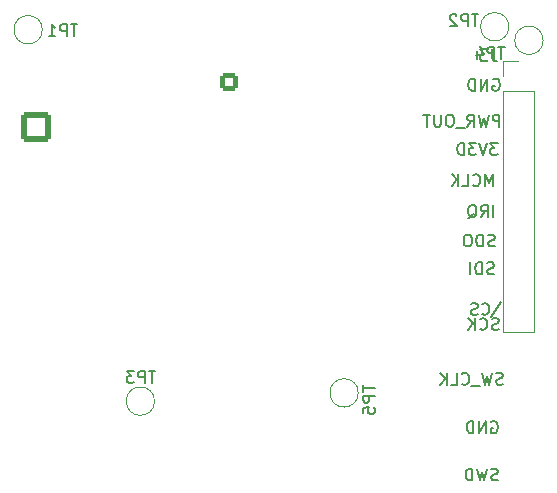
<source format=gbr>
%TF.GenerationSoftware,KiCad,Pcbnew,9.0.4*%
%TF.CreationDate,2025-09-30T19:15:50-07:00*%
%TF.ProjectId,LE_PSU_CAD,4c455f50-5355-45f4-9341-442e6b696361,rev?*%
%TF.SameCoordinates,Original*%
%TF.FileFunction,Legend,Bot*%
%TF.FilePolarity,Positive*%
%FSLAX46Y46*%
G04 Gerber Fmt 4.6, Leading zero omitted, Abs format (unit mm)*
G04 Created by KiCad (PCBNEW 9.0.4) date 2025-09-30 19:15:50*
%MOMM*%
%LPD*%
G01*
G04 APERTURE LIST*
G04 Aperture macros list*
%AMRoundRect*
0 Rectangle with rounded corners*
0 $1 Rounding radius*
0 $2 $3 $4 $5 $6 $7 $8 $9 X,Y pos of 4 corners*
0 Add a 4 corners polygon primitive as box body*
4,1,4,$2,$3,$4,$5,$6,$7,$8,$9,$2,$3,0*
0 Add four circle primitives for the rounded corners*
1,1,$1+$1,$2,$3*
1,1,$1+$1,$4,$5*
1,1,$1+$1,$6,$7*
1,1,$1+$1,$8,$9*
0 Add four rect primitives between the rounded corners*
20,1,$1+$1,$2,$3,$4,$5,0*
20,1,$1+$1,$4,$5,$6,$7,0*
20,1,$1+$1,$6,$7,$8,$9,0*
20,1,$1+$1,$8,$9,$2,$3,0*%
G04 Aperture macros list end*
%ADD10C,0.153000*%
%ADD11C,0.120000*%
%ADD12C,1.700000*%
%ADD13R,1.700000X1.700000*%
%ADD14C,2.000000*%
%ADD15RoundRect,0.250000X-1.050000X1.050000X-1.050000X-1.050000X1.050000X-1.050000X1.050000X1.050000X0*%
%ADD16C,2.600000*%
%ADD17O,1.900000X1.000000*%
%ADD18O,1.250000X1.050000*%
%ADD19RoundRect,0.250000X0.550000X-0.550000X0.550000X0.550000X-0.550000X0.550000X-0.550000X-0.550000X0*%
%ADD20C,1.600000*%
%ADD21O,3.000000X4.100000*%
G04 APERTURE END LIST*
D10*
X217211904Y-117952282D02*
X217307142Y-117904663D01*
X217307142Y-117904663D02*
X217449999Y-117904663D01*
X217449999Y-117904663D02*
X217592856Y-117952282D01*
X217592856Y-117952282D02*
X217688094Y-118047520D01*
X217688094Y-118047520D02*
X217735713Y-118142758D01*
X217735713Y-118142758D02*
X217783332Y-118333234D01*
X217783332Y-118333234D02*
X217783332Y-118476091D01*
X217783332Y-118476091D02*
X217735713Y-118666567D01*
X217735713Y-118666567D02*
X217688094Y-118761805D01*
X217688094Y-118761805D02*
X217592856Y-118857044D01*
X217592856Y-118857044D02*
X217449999Y-118904663D01*
X217449999Y-118904663D02*
X217354761Y-118904663D01*
X217354761Y-118904663D02*
X217211904Y-118857044D01*
X217211904Y-118857044D02*
X217164285Y-118809424D01*
X217164285Y-118809424D02*
X217164285Y-118476091D01*
X217164285Y-118476091D02*
X217354761Y-118476091D01*
X216735713Y-118904663D02*
X216735713Y-117904663D01*
X216735713Y-117904663D02*
X216164285Y-118904663D01*
X216164285Y-118904663D02*
X216164285Y-117904663D01*
X215688094Y-118904663D02*
X215688094Y-117904663D01*
X215688094Y-117904663D02*
X215449999Y-117904663D01*
X215449999Y-117904663D02*
X215307142Y-117952282D01*
X215307142Y-117952282D02*
X215211904Y-118047520D01*
X215211904Y-118047520D02*
X215164285Y-118142758D01*
X215164285Y-118142758D02*
X215116666Y-118333234D01*
X215116666Y-118333234D02*
X215116666Y-118476091D01*
X215116666Y-118476091D02*
X215164285Y-118666567D01*
X215164285Y-118666567D02*
X215211904Y-118761805D01*
X215211904Y-118761805D02*
X215307142Y-118857044D01*
X215307142Y-118857044D02*
X215449999Y-118904663D01*
X215449999Y-118904663D02*
X215688094Y-118904663D01*
X217373808Y-100604663D02*
X217373808Y-99604663D01*
X216326190Y-100604663D02*
X216659523Y-100128472D01*
X216897618Y-100604663D02*
X216897618Y-99604663D01*
X216897618Y-99604663D02*
X216516666Y-99604663D01*
X216516666Y-99604663D02*
X216421428Y-99652282D01*
X216421428Y-99652282D02*
X216373809Y-99699901D01*
X216373809Y-99699901D02*
X216326190Y-99795139D01*
X216326190Y-99795139D02*
X216326190Y-99937996D01*
X216326190Y-99937996D02*
X216373809Y-100033234D01*
X216373809Y-100033234D02*
X216421428Y-100080853D01*
X216421428Y-100080853D02*
X216516666Y-100128472D01*
X216516666Y-100128472D02*
X216897618Y-100128472D01*
X215230952Y-100699901D02*
X215326190Y-100652282D01*
X215326190Y-100652282D02*
X215421428Y-100557044D01*
X215421428Y-100557044D02*
X215564285Y-100414186D01*
X215564285Y-100414186D02*
X215659523Y-100366567D01*
X215659523Y-100366567D02*
X215754761Y-100366567D01*
X215707142Y-100604663D02*
X215802380Y-100557044D01*
X215802380Y-100557044D02*
X215897618Y-100461805D01*
X215897618Y-100461805D02*
X215945237Y-100271329D01*
X215945237Y-100271329D02*
X215945237Y-99937996D01*
X215945237Y-99937996D02*
X215897618Y-99747520D01*
X215897618Y-99747520D02*
X215802380Y-99652282D01*
X215802380Y-99652282D02*
X215707142Y-99604663D01*
X215707142Y-99604663D02*
X215516666Y-99604663D01*
X215516666Y-99604663D02*
X215421428Y-99652282D01*
X215421428Y-99652282D02*
X215326190Y-99747520D01*
X215326190Y-99747520D02*
X215278571Y-99937996D01*
X215278571Y-99937996D02*
X215278571Y-100271329D01*
X215278571Y-100271329D02*
X215326190Y-100461805D01*
X215326190Y-100461805D02*
X215421428Y-100557044D01*
X215421428Y-100557044D02*
X215516666Y-100604663D01*
X215516666Y-100604663D02*
X215707142Y-100604663D01*
X217361904Y-88952282D02*
X217457142Y-88904663D01*
X217457142Y-88904663D02*
X217599999Y-88904663D01*
X217599999Y-88904663D02*
X217742856Y-88952282D01*
X217742856Y-88952282D02*
X217838094Y-89047520D01*
X217838094Y-89047520D02*
X217885713Y-89142758D01*
X217885713Y-89142758D02*
X217933332Y-89333234D01*
X217933332Y-89333234D02*
X217933332Y-89476091D01*
X217933332Y-89476091D02*
X217885713Y-89666567D01*
X217885713Y-89666567D02*
X217838094Y-89761805D01*
X217838094Y-89761805D02*
X217742856Y-89857044D01*
X217742856Y-89857044D02*
X217599999Y-89904663D01*
X217599999Y-89904663D02*
X217504761Y-89904663D01*
X217504761Y-89904663D02*
X217361904Y-89857044D01*
X217361904Y-89857044D02*
X217314285Y-89809424D01*
X217314285Y-89809424D02*
X217314285Y-89476091D01*
X217314285Y-89476091D02*
X217504761Y-89476091D01*
X216885713Y-89904663D02*
X216885713Y-88904663D01*
X216885713Y-88904663D02*
X216314285Y-89904663D01*
X216314285Y-89904663D02*
X216314285Y-88904663D01*
X215838094Y-89904663D02*
X215838094Y-88904663D01*
X215838094Y-88904663D02*
X215599999Y-88904663D01*
X215599999Y-88904663D02*
X215457142Y-88952282D01*
X215457142Y-88952282D02*
X215361904Y-89047520D01*
X215361904Y-89047520D02*
X215314285Y-89142758D01*
X215314285Y-89142758D02*
X215266666Y-89333234D01*
X215266666Y-89333234D02*
X215266666Y-89476091D01*
X215266666Y-89476091D02*
X215314285Y-89666567D01*
X215314285Y-89666567D02*
X215361904Y-89761805D01*
X215361904Y-89761805D02*
X215457142Y-89857044D01*
X215457142Y-89857044D02*
X215599999Y-89904663D01*
X215599999Y-89904663D02*
X215838094Y-89904663D01*
X217835713Y-110107044D02*
X217692856Y-110154663D01*
X217692856Y-110154663D02*
X217454761Y-110154663D01*
X217454761Y-110154663D02*
X217359523Y-110107044D01*
X217359523Y-110107044D02*
X217311904Y-110059424D01*
X217311904Y-110059424D02*
X217264285Y-109964186D01*
X217264285Y-109964186D02*
X217264285Y-109868948D01*
X217264285Y-109868948D02*
X217311904Y-109773710D01*
X217311904Y-109773710D02*
X217359523Y-109726091D01*
X217359523Y-109726091D02*
X217454761Y-109678472D01*
X217454761Y-109678472D02*
X217645237Y-109630853D01*
X217645237Y-109630853D02*
X217740475Y-109583234D01*
X217740475Y-109583234D02*
X217788094Y-109535615D01*
X217788094Y-109535615D02*
X217835713Y-109440377D01*
X217835713Y-109440377D02*
X217835713Y-109345139D01*
X217835713Y-109345139D02*
X217788094Y-109249901D01*
X217788094Y-109249901D02*
X217740475Y-109202282D01*
X217740475Y-109202282D02*
X217645237Y-109154663D01*
X217645237Y-109154663D02*
X217407142Y-109154663D01*
X217407142Y-109154663D02*
X217264285Y-109202282D01*
X216264285Y-110059424D02*
X216311904Y-110107044D01*
X216311904Y-110107044D02*
X216454761Y-110154663D01*
X216454761Y-110154663D02*
X216549999Y-110154663D01*
X216549999Y-110154663D02*
X216692856Y-110107044D01*
X216692856Y-110107044D02*
X216788094Y-110011805D01*
X216788094Y-110011805D02*
X216835713Y-109916567D01*
X216835713Y-109916567D02*
X216883332Y-109726091D01*
X216883332Y-109726091D02*
X216883332Y-109583234D01*
X216883332Y-109583234D02*
X216835713Y-109392758D01*
X216835713Y-109392758D02*
X216788094Y-109297520D01*
X216788094Y-109297520D02*
X216692856Y-109202282D01*
X216692856Y-109202282D02*
X216549999Y-109154663D01*
X216549999Y-109154663D02*
X216454761Y-109154663D01*
X216454761Y-109154663D02*
X216311904Y-109202282D01*
X216311904Y-109202282D02*
X216264285Y-109249901D01*
X215835713Y-110154663D02*
X215835713Y-109154663D01*
X215264285Y-110154663D02*
X215692856Y-109583234D01*
X215264285Y-109154663D02*
X215835713Y-109726091D01*
X217892856Y-92954663D02*
X217892856Y-91954663D01*
X217892856Y-91954663D02*
X217511904Y-91954663D01*
X217511904Y-91954663D02*
X217416666Y-92002282D01*
X217416666Y-92002282D02*
X217369047Y-92049901D01*
X217369047Y-92049901D02*
X217321428Y-92145139D01*
X217321428Y-92145139D02*
X217321428Y-92287996D01*
X217321428Y-92287996D02*
X217369047Y-92383234D01*
X217369047Y-92383234D02*
X217416666Y-92430853D01*
X217416666Y-92430853D02*
X217511904Y-92478472D01*
X217511904Y-92478472D02*
X217892856Y-92478472D01*
X216988094Y-91954663D02*
X216749999Y-92954663D01*
X216749999Y-92954663D02*
X216559523Y-92240377D01*
X216559523Y-92240377D02*
X216369047Y-92954663D01*
X216369047Y-92954663D02*
X216130952Y-91954663D01*
X215178571Y-92954663D02*
X215511904Y-92478472D01*
X215749999Y-92954663D02*
X215749999Y-91954663D01*
X215749999Y-91954663D02*
X215369047Y-91954663D01*
X215369047Y-91954663D02*
X215273809Y-92002282D01*
X215273809Y-92002282D02*
X215226190Y-92049901D01*
X215226190Y-92049901D02*
X215178571Y-92145139D01*
X215178571Y-92145139D02*
X215178571Y-92287996D01*
X215178571Y-92287996D02*
X215226190Y-92383234D01*
X215226190Y-92383234D02*
X215273809Y-92430853D01*
X215273809Y-92430853D02*
X215369047Y-92478472D01*
X215369047Y-92478472D02*
X215749999Y-92478472D01*
X214988095Y-93049901D02*
X214226190Y-93049901D01*
X213797618Y-91954663D02*
X213607142Y-91954663D01*
X213607142Y-91954663D02*
X213511904Y-92002282D01*
X213511904Y-92002282D02*
X213416666Y-92097520D01*
X213416666Y-92097520D02*
X213369047Y-92287996D01*
X213369047Y-92287996D02*
X213369047Y-92621329D01*
X213369047Y-92621329D02*
X213416666Y-92811805D01*
X213416666Y-92811805D02*
X213511904Y-92907044D01*
X213511904Y-92907044D02*
X213607142Y-92954663D01*
X213607142Y-92954663D02*
X213797618Y-92954663D01*
X213797618Y-92954663D02*
X213892856Y-92907044D01*
X213892856Y-92907044D02*
X213988094Y-92811805D01*
X213988094Y-92811805D02*
X214035713Y-92621329D01*
X214035713Y-92621329D02*
X214035713Y-92287996D01*
X214035713Y-92287996D02*
X213988094Y-92097520D01*
X213988094Y-92097520D02*
X213892856Y-92002282D01*
X213892856Y-92002282D02*
X213797618Y-91954663D01*
X212940475Y-91954663D02*
X212940475Y-92764186D01*
X212940475Y-92764186D02*
X212892856Y-92859424D01*
X212892856Y-92859424D02*
X212845237Y-92907044D01*
X212845237Y-92907044D02*
X212749999Y-92954663D01*
X212749999Y-92954663D02*
X212559523Y-92954663D01*
X212559523Y-92954663D02*
X212464285Y-92907044D01*
X212464285Y-92907044D02*
X212416666Y-92859424D01*
X212416666Y-92859424D02*
X212369047Y-92764186D01*
X212369047Y-92764186D02*
X212369047Y-91954663D01*
X212035713Y-91954663D02*
X211464285Y-91954663D01*
X211749999Y-92954663D02*
X211749999Y-91954663D01*
X217738094Y-94354663D02*
X217119047Y-94354663D01*
X217119047Y-94354663D02*
X217452380Y-94735615D01*
X217452380Y-94735615D02*
X217309523Y-94735615D01*
X217309523Y-94735615D02*
X217214285Y-94783234D01*
X217214285Y-94783234D02*
X217166666Y-94830853D01*
X217166666Y-94830853D02*
X217119047Y-94926091D01*
X217119047Y-94926091D02*
X217119047Y-95164186D01*
X217119047Y-95164186D02*
X217166666Y-95259424D01*
X217166666Y-95259424D02*
X217214285Y-95307044D01*
X217214285Y-95307044D02*
X217309523Y-95354663D01*
X217309523Y-95354663D02*
X217595237Y-95354663D01*
X217595237Y-95354663D02*
X217690475Y-95307044D01*
X217690475Y-95307044D02*
X217738094Y-95259424D01*
X216833332Y-94354663D02*
X216499999Y-95354663D01*
X216499999Y-95354663D02*
X216166666Y-94354663D01*
X215928570Y-94354663D02*
X215309523Y-94354663D01*
X215309523Y-94354663D02*
X215642856Y-94735615D01*
X215642856Y-94735615D02*
X215499999Y-94735615D01*
X215499999Y-94735615D02*
X215404761Y-94783234D01*
X215404761Y-94783234D02*
X215357142Y-94830853D01*
X215357142Y-94830853D02*
X215309523Y-94926091D01*
X215309523Y-94926091D02*
X215309523Y-95164186D01*
X215309523Y-95164186D02*
X215357142Y-95259424D01*
X215357142Y-95259424D02*
X215404761Y-95307044D01*
X215404761Y-95307044D02*
X215499999Y-95354663D01*
X215499999Y-95354663D02*
X215785713Y-95354663D01*
X215785713Y-95354663D02*
X215880951Y-95307044D01*
X215880951Y-95307044D02*
X215928570Y-95259424D01*
X214880951Y-95354663D02*
X214880951Y-94354663D01*
X214880951Y-94354663D02*
X214642856Y-94354663D01*
X214642856Y-94354663D02*
X214499999Y-94402282D01*
X214499999Y-94402282D02*
X214404761Y-94497520D01*
X214404761Y-94497520D02*
X214357142Y-94592758D01*
X214357142Y-94592758D02*
X214309523Y-94783234D01*
X214309523Y-94783234D02*
X214309523Y-94926091D01*
X214309523Y-94926091D02*
X214357142Y-95116567D01*
X214357142Y-95116567D02*
X214404761Y-95211805D01*
X214404761Y-95211805D02*
X214499999Y-95307044D01*
X214499999Y-95307044D02*
X214642856Y-95354663D01*
X214642856Y-95354663D02*
X214880951Y-95354663D01*
X218192856Y-114757044D02*
X218049999Y-114804663D01*
X218049999Y-114804663D02*
X217811904Y-114804663D01*
X217811904Y-114804663D02*
X217716666Y-114757044D01*
X217716666Y-114757044D02*
X217669047Y-114709424D01*
X217669047Y-114709424D02*
X217621428Y-114614186D01*
X217621428Y-114614186D02*
X217621428Y-114518948D01*
X217621428Y-114518948D02*
X217669047Y-114423710D01*
X217669047Y-114423710D02*
X217716666Y-114376091D01*
X217716666Y-114376091D02*
X217811904Y-114328472D01*
X217811904Y-114328472D02*
X218002380Y-114280853D01*
X218002380Y-114280853D02*
X218097618Y-114233234D01*
X218097618Y-114233234D02*
X218145237Y-114185615D01*
X218145237Y-114185615D02*
X218192856Y-114090377D01*
X218192856Y-114090377D02*
X218192856Y-113995139D01*
X218192856Y-113995139D02*
X218145237Y-113899901D01*
X218145237Y-113899901D02*
X218097618Y-113852282D01*
X218097618Y-113852282D02*
X218002380Y-113804663D01*
X218002380Y-113804663D02*
X217764285Y-113804663D01*
X217764285Y-113804663D02*
X217621428Y-113852282D01*
X217288094Y-113804663D02*
X217049999Y-114804663D01*
X217049999Y-114804663D02*
X216859523Y-114090377D01*
X216859523Y-114090377D02*
X216669047Y-114804663D01*
X216669047Y-114804663D02*
X216430952Y-113804663D01*
X216288095Y-114899901D02*
X215526190Y-114899901D01*
X214716666Y-114709424D02*
X214764285Y-114757044D01*
X214764285Y-114757044D02*
X214907142Y-114804663D01*
X214907142Y-114804663D02*
X215002380Y-114804663D01*
X215002380Y-114804663D02*
X215145237Y-114757044D01*
X215145237Y-114757044D02*
X215240475Y-114661805D01*
X215240475Y-114661805D02*
X215288094Y-114566567D01*
X215288094Y-114566567D02*
X215335713Y-114376091D01*
X215335713Y-114376091D02*
X215335713Y-114233234D01*
X215335713Y-114233234D02*
X215288094Y-114042758D01*
X215288094Y-114042758D02*
X215240475Y-113947520D01*
X215240475Y-113947520D02*
X215145237Y-113852282D01*
X215145237Y-113852282D02*
X215002380Y-113804663D01*
X215002380Y-113804663D02*
X214907142Y-113804663D01*
X214907142Y-113804663D02*
X214764285Y-113852282D01*
X214764285Y-113852282D02*
X214716666Y-113899901D01*
X213811904Y-114804663D02*
X214288094Y-114804663D01*
X214288094Y-114804663D02*
X214288094Y-113804663D01*
X213478570Y-114804663D02*
X213478570Y-113804663D01*
X212907142Y-114804663D02*
X213335713Y-114233234D01*
X212907142Y-113804663D02*
X213478570Y-114376091D01*
X217423808Y-105407044D02*
X217280951Y-105454663D01*
X217280951Y-105454663D02*
X217042856Y-105454663D01*
X217042856Y-105454663D02*
X216947618Y-105407044D01*
X216947618Y-105407044D02*
X216899999Y-105359424D01*
X216899999Y-105359424D02*
X216852380Y-105264186D01*
X216852380Y-105264186D02*
X216852380Y-105168948D01*
X216852380Y-105168948D02*
X216899999Y-105073710D01*
X216899999Y-105073710D02*
X216947618Y-105026091D01*
X216947618Y-105026091D02*
X217042856Y-104978472D01*
X217042856Y-104978472D02*
X217233332Y-104930853D01*
X217233332Y-104930853D02*
X217328570Y-104883234D01*
X217328570Y-104883234D02*
X217376189Y-104835615D01*
X217376189Y-104835615D02*
X217423808Y-104740377D01*
X217423808Y-104740377D02*
X217423808Y-104645139D01*
X217423808Y-104645139D02*
X217376189Y-104549901D01*
X217376189Y-104549901D02*
X217328570Y-104502282D01*
X217328570Y-104502282D02*
X217233332Y-104454663D01*
X217233332Y-104454663D02*
X216995237Y-104454663D01*
X216995237Y-104454663D02*
X216852380Y-104502282D01*
X216423808Y-105454663D02*
X216423808Y-104454663D01*
X216423808Y-104454663D02*
X216185713Y-104454663D01*
X216185713Y-104454663D02*
X216042856Y-104502282D01*
X216042856Y-104502282D02*
X215947618Y-104597520D01*
X215947618Y-104597520D02*
X215899999Y-104692758D01*
X215899999Y-104692758D02*
X215852380Y-104883234D01*
X215852380Y-104883234D02*
X215852380Y-105026091D01*
X215852380Y-105026091D02*
X215899999Y-105216567D01*
X215899999Y-105216567D02*
X215947618Y-105311805D01*
X215947618Y-105311805D02*
X216042856Y-105407044D01*
X216042856Y-105407044D02*
X216185713Y-105454663D01*
X216185713Y-105454663D02*
X216423808Y-105454663D01*
X215423808Y-105454663D02*
X215423808Y-104454663D01*
X217757142Y-122857044D02*
X217614285Y-122904663D01*
X217614285Y-122904663D02*
X217376190Y-122904663D01*
X217376190Y-122904663D02*
X217280952Y-122857044D01*
X217280952Y-122857044D02*
X217233333Y-122809424D01*
X217233333Y-122809424D02*
X217185714Y-122714186D01*
X217185714Y-122714186D02*
X217185714Y-122618948D01*
X217185714Y-122618948D02*
X217233333Y-122523710D01*
X217233333Y-122523710D02*
X217280952Y-122476091D01*
X217280952Y-122476091D02*
X217376190Y-122428472D01*
X217376190Y-122428472D02*
X217566666Y-122380853D01*
X217566666Y-122380853D02*
X217661904Y-122333234D01*
X217661904Y-122333234D02*
X217709523Y-122285615D01*
X217709523Y-122285615D02*
X217757142Y-122190377D01*
X217757142Y-122190377D02*
X217757142Y-122095139D01*
X217757142Y-122095139D02*
X217709523Y-121999901D01*
X217709523Y-121999901D02*
X217661904Y-121952282D01*
X217661904Y-121952282D02*
X217566666Y-121904663D01*
X217566666Y-121904663D02*
X217328571Y-121904663D01*
X217328571Y-121904663D02*
X217185714Y-121952282D01*
X216852380Y-121904663D02*
X216614285Y-122904663D01*
X216614285Y-122904663D02*
X216423809Y-122190377D01*
X216423809Y-122190377D02*
X216233333Y-122904663D01*
X216233333Y-122904663D02*
X215995238Y-121904663D01*
X215614285Y-122904663D02*
X215614285Y-121904663D01*
X215614285Y-121904663D02*
X215376190Y-121904663D01*
X215376190Y-121904663D02*
X215233333Y-121952282D01*
X215233333Y-121952282D02*
X215138095Y-122047520D01*
X215138095Y-122047520D02*
X215090476Y-122142758D01*
X215090476Y-122142758D02*
X215042857Y-122333234D01*
X215042857Y-122333234D02*
X215042857Y-122476091D01*
X215042857Y-122476091D02*
X215090476Y-122666567D01*
X215090476Y-122666567D02*
X215138095Y-122761805D01*
X215138095Y-122761805D02*
X215233333Y-122857044D01*
X215233333Y-122857044D02*
X215376190Y-122904663D01*
X215376190Y-122904663D02*
X215614285Y-122904663D01*
X218004762Y-107809424D02*
X217147619Y-109095139D01*
X216433333Y-108809424D02*
X216480952Y-108857044D01*
X216480952Y-108857044D02*
X216623809Y-108904663D01*
X216623809Y-108904663D02*
X216719047Y-108904663D01*
X216719047Y-108904663D02*
X216861904Y-108857044D01*
X216861904Y-108857044D02*
X216957142Y-108761805D01*
X216957142Y-108761805D02*
X217004761Y-108666567D01*
X217004761Y-108666567D02*
X217052380Y-108476091D01*
X217052380Y-108476091D02*
X217052380Y-108333234D01*
X217052380Y-108333234D02*
X217004761Y-108142758D01*
X217004761Y-108142758D02*
X216957142Y-108047520D01*
X216957142Y-108047520D02*
X216861904Y-107952282D01*
X216861904Y-107952282D02*
X216719047Y-107904663D01*
X216719047Y-107904663D02*
X216623809Y-107904663D01*
X216623809Y-107904663D02*
X216480952Y-107952282D01*
X216480952Y-107952282D02*
X216433333Y-107999901D01*
X216052380Y-108857044D02*
X215909523Y-108904663D01*
X215909523Y-108904663D02*
X215671428Y-108904663D01*
X215671428Y-108904663D02*
X215576190Y-108857044D01*
X215576190Y-108857044D02*
X215528571Y-108809424D01*
X215528571Y-108809424D02*
X215480952Y-108714186D01*
X215480952Y-108714186D02*
X215480952Y-108618948D01*
X215480952Y-108618948D02*
X215528571Y-108523710D01*
X215528571Y-108523710D02*
X215576190Y-108476091D01*
X215576190Y-108476091D02*
X215671428Y-108428472D01*
X215671428Y-108428472D02*
X215861904Y-108380853D01*
X215861904Y-108380853D02*
X215957142Y-108333234D01*
X215957142Y-108333234D02*
X216004761Y-108285615D01*
X216004761Y-108285615D02*
X216052380Y-108190377D01*
X216052380Y-108190377D02*
X216052380Y-108095139D01*
X216052380Y-108095139D02*
X216004761Y-107999901D01*
X216004761Y-107999901D02*
X215957142Y-107952282D01*
X215957142Y-107952282D02*
X215861904Y-107904663D01*
X215861904Y-107904663D02*
X215623809Y-107904663D01*
X215623809Y-107904663D02*
X215480952Y-107952282D01*
X217509523Y-103057044D02*
X217366666Y-103104663D01*
X217366666Y-103104663D02*
X217128571Y-103104663D01*
X217128571Y-103104663D02*
X217033333Y-103057044D01*
X217033333Y-103057044D02*
X216985714Y-103009424D01*
X216985714Y-103009424D02*
X216938095Y-102914186D01*
X216938095Y-102914186D02*
X216938095Y-102818948D01*
X216938095Y-102818948D02*
X216985714Y-102723710D01*
X216985714Y-102723710D02*
X217033333Y-102676091D01*
X217033333Y-102676091D02*
X217128571Y-102628472D01*
X217128571Y-102628472D02*
X217319047Y-102580853D01*
X217319047Y-102580853D02*
X217414285Y-102533234D01*
X217414285Y-102533234D02*
X217461904Y-102485615D01*
X217461904Y-102485615D02*
X217509523Y-102390377D01*
X217509523Y-102390377D02*
X217509523Y-102295139D01*
X217509523Y-102295139D02*
X217461904Y-102199901D01*
X217461904Y-102199901D02*
X217414285Y-102152282D01*
X217414285Y-102152282D02*
X217319047Y-102104663D01*
X217319047Y-102104663D02*
X217080952Y-102104663D01*
X217080952Y-102104663D02*
X216938095Y-102152282D01*
X216509523Y-103104663D02*
X216509523Y-102104663D01*
X216509523Y-102104663D02*
X216271428Y-102104663D01*
X216271428Y-102104663D02*
X216128571Y-102152282D01*
X216128571Y-102152282D02*
X216033333Y-102247520D01*
X216033333Y-102247520D02*
X215985714Y-102342758D01*
X215985714Y-102342758D02*
X215938095Y-102533234D01*
X215938095Y-102533234D02*
X215938095Y-102676091D01*
X215938095Y-102676091D02*
X215985714Y-102866567D01*
X215985714Y-102866567D02*
X216033333Y-102961805D01*
X216033333Y-102961805D02*
X216128571Y-103057044D01*
X216128571Y-103057044D02*
X216271428Y-103104663D01*
X216271428Y-103104663D02*
X216509523Y-103104663D01*
X215319047Y-102104663D02*
X215128571Y-102104663D01*
X215128571Y-102104663D02*
X215033333Y-102152282D01*
X215033333Y-102152282D02*
X214938095Y-102247520D01*
X214938095Y-102247520D02*
X214890476Y-102437996D01*
X214890476Y-102437996D02*
X214890476Y-102771329D01*
X214890476Y-102771329D02*
X214938095Y-102961805D01*
X214938095Y-102961805D02*
X215033333Y-103057044D01*
X215033333Y-103057044D02*
X215128571Y-103104663D01*
X215128571Y-103104663D02*
X215319047Y-103104663D01*
X215319047Y-103104663D02*
X215414285Y-103057044D01*
X215414285Y-103057044D02*
X215509523Y-102961805D01*
X215509523Y-102961805D02*
X215557142Y-102771329D01*
X215557142Y-102771329D02*
X215557142Y-102437996D01*
X215557142Y-102437996D02*
X215509523Y-102247520D01*
X215509523Y-102247520D02*
X215414285Y-102152282D01*
X215414285Y-102152282D02*
X215319047Y-102104663D01*
X217388094Y-97992163D02*
X217388094Y-96992163D01*
X217388094Y-96992163D02*
X217054761Y-97706448D01*
X217054761Y-97706448D02*
X216721428Y-96992163D01*
X216721428Y-96992163D02*
X216721428Y-97992163D01*
X215673809Y-97896924D02*
X215721428Y-97944544D01*
X215721428Y-97944544D02*
X215864285Y-97992163D01*
X215864285Y-97992163D02*
X215959523Y-97992163D01*
X215959523Y-97992163D02*
X216102380Y-97944544D01*
X216102380Y-97944544D02*
X216197618Y-97849305D01*
X216197618Y-97849305D02*
X216245237Y-97754067D01*
X216245237Y-97754067D02*
X216292856Y-97563591D01*
X216292856Y-97563591D02*
X216292856Y-97420734D01*
X216292856Y-97420734D02*
X216245237Y-97230258D01*
X216245237Y-97230258D02*
X216197618Y-97135020D01*
X216197618Y-97135020D02*
X216102380Y-97039782D01*
X216102380Y-97039782D02*
X215959523Y-96992163D01*
X215959523Y-96992163D02*
X215864285Y-96992163D01*
X215864285Y-96992163D02*
X215721428Y-97039782D01*
X215721428Y-97039782D02*
X215673809Y-97087401D01*
X214769047Y-97992163D02*
X215245237Y-97992163D01*
X215245237Y-97992163D02*
X215245237Y-96992163D01*
X214435713Y-97992163D02*
X214435713Y-96992163D01*
X213864285Y-97992163D02*
X214292856Y-97420734D01*
X213864285Y-96992163D02*
X214435713Y-97563591D01*
X217283333Y-86424663D02*
X217283333Y-87138948D01*
X217283333Y-87138948D02*
X217330952Y-87281805D01*
X217330952Y-87281805D02*
X217426190Y-87377044D01*
X217426190Y-87377044D02*
X217569047Y-87424663D01*
X217569047Y-87424663D02*
X217664285Y-87424663D01*
X216902380Y-86424663D02*
X216283333Y-86424663D01*
X216283333Y-86424663D02*
X216616666Y-86805615D01*
X216616666Y-86805615D02*
X216473809Y-86805615D01*
X216473809Y-86805615D02*
X216378571Y-86853234D01*
X216378571Y-86853234D02*
X216330952Y-86900853D01*
X216330952Y-86900853D02*
X216283333Y-86996091D01*
X216283333Y-86996091D02*
X216283333Y-87234186D01*
X216283333Y-87234186D02*
X216330952Y-87329424D01*
X216330952Y-87329424D02*
X216378571Y-87377044D01*
X216378571Y-87377044D02*
X216473809Y-87424663D01*
X216473809Y-87424663D02*
X216759523Y-87424663D01*
X216759523Y-87424663D02*
X216854761Y-87377044D01*
X216854761Y-87377044D02*
X216902380Y-87329424D01*
X182161904Y-84304663D02*
X181590476Y-84304663D01*
X181876190Y-85304663D02*
X181876190Y-84304663D01*
X181257142Y-85304663D02*
X181257142Y-84304663D01*
X181257142Y-84304663D02*
X180876190Y-84304663D01*
X180876190Y-84304663D02*
X180780952Y-84352282D01*
X180780952Y-84352282D02*
X180733333Y-84399901D01*
X180733333Y-84399901D02*
X180685714Y-84495139D01*
X180685714Y-84495139D02*
X180685714Y-84637996D01*
X180685714Y-84637996D02*
X180733333Y-84733234D01*
X180733333Y-84733234D02*
X180780952Y-84780853D01*
X180780952Y-84780853D02*
X180876190Y-84828472D01*
X180876190Y-84828472D02*
X181257142Y-84828472D01*
X179733333Y-85304663D02*
X180304761Y-85304663D01*
X180019047Y-85304663D02*
X180019047Y-84304663D01*
X180019047Y-84304663D02*
X180114285Y-84447520D01*
X180114285Y-84447520D02*
X180209523Y-84542758D01*
X180209523Y-84542758D02*
X180304761Y-84590377D01*
X216111904Y-83454663D02*
X215540476Y-83454663D01*
X215826190Y-84454663D02*
X215826190Y-83454663D01*
X215207142Y-84454663D02*
X215207142Y-83454663D01*
X215207142Y-83454663D02*
X214826190Y-83454663D01*
X214826190Y-83454663D02*
X214730952Y-83502282D01*
X214730952Y-83502282D02*
X214683333Y-83549901D01*
X214683333Y-83549901D02*
X214635714Y-83645139D01*
X214635714Y-83645139D02*
X214635714Y-83787996D01*
X214635714Y-83787996D02*
X214683333Y-83883234D01*
X214683333Y-83883234D02*
X214730952Y-83930853D01*
X214730952Y-83930853D02*
X214826190Y-83978472D01*
X214826190Y-83978472D02*
X215207142Y-83978472D01*
X214254761Y-83549901D02*
X214207142Y-83502282D01*
X214207142Y-83502282D02*
X214111904Y-83454663D01*
X214111904Y-83454663D02*
X213873809Y-83454663D01*
X213873809Y-83454663D02*
X213778571Y-83502282D01*
X213778571Y-83502282D02*
X213730952Y-83549901D01*
X213730952Y-83549901D02*
X213683333Y-83645139D01*
X213683333Y-83645139D02*
X213683333Y-83740377D01*
X213683333Y-83740377D02*
X213730952Y-83883234D01*
X213730952Y-83883234D02*
X214302380Y-84454663D01*
X214302380Y-84454663D02*
X213683333Y-84454663D01*
X188761904Y-113656663D02*
X188190476Y-113656663D01*
X188476190Y-114656663D02*
X188476190Y-113656663D01*
X187857142Y-114656663D02*
X187857142Y-113656663D01*
X187857142Y-113656663D02*
X187476190Y-113656663D01*
X187476190Y-113656663D02*
X187380952Y-113704282D01*
X187380952Y-113704282D02*
X187333333Y-113751901D01*
X187333333Y-113751901D02*
X187285714Y-113847139D01*
X187285714Y-113847139D02*
X187285714Y-113989996D01*
X187285714Y-113989996D02*
X187333333Y-114085234D01*
X187333333Y-114085234D02*
X187380952Y-114132853D01*
X187380952Y-114132853D02*
X187476190Y-114180472D01*
X187476190Y-114180472D02*
X187857142Y-114180472D01*
X186952380Y-113656663D02*
X186333333Y-113656663D01*
X186333333Y-113656663D02*
X186666666Y-114037615D01*
X186666666Y-114037615D02*
X186523809Y-114037615D01*
X186523809Y-114037615D02*
X186428571Y-114085234D01*
X186428571Y-114085234D02*
X186380952Y-114132853D01*
X186380952Y-114132853D02*
X186333333Y-114228091D01*
X186333333Y-114228091D02*
X186333333Y-114466186D01*
X186333333Y-114466186D02*
X186380952Y-114561424D01*
X186380952Y-114561424D02*
X186428571Y-114609044D01*
X186428571Y-114609044D02*
X186523809Y-114656663D01*
X186523809Y-114656663D02*
X186809523Y-114656663D01*
X186809523Y-114656663D02*
X186904761Y-114609044D01*
X186904761Y-114609044D02*
X186952380Y-114561424D01*
X218361904Y-86204663D02*
X217790476Y-86204663D01*
X218076190Y-87204663D02*
X218076190Y-86204663D01*
X217457142Y-87204663D02*
X217457142Y-86204663D01*
X217457142Y-86204663D02*
X217076190Y-86204663D01*
X217076190Y-86204663D02*
X216980952Y-86252282D01*
X216980952Y-86252282D02*
X216933333Y-86299901D01*
X216933333Y-86299901D02*
X216885714Y-86395139D01*
X216885714Y-86395139D02*
X216885714Y-86537996D01*
X216885714Y-86537996D02*
X216933333Y-86633234D01*
X216933333Y-86633234D02*
X216980952Y-86680853D01*
X216980952Y-86680853D02*
X217076190Y-86728472D01*
X217076190Y-86728472D02*
X217457142Y-86728472D01*
X216028571Y-86537996D02*
X216028571Y-87204663D01*
X216266666Y-86157044D02*
X216504761Y-86871329D01*
X216504761Y-86871329D02*
X215885714Y-86871329D01*
X206354663Y-114838095D02*
X206354663Y-115409523D01*
X207354663Y-115123809D02*
X206354663Y-115123809D01*
X207354663Y-115742857D02*
X206354663Y-115742857D01*
X206354663Y-115742857D02*
X206354663Y-116123809D01*
X206354663Y-116123809D02*
X206402282Y-116219047D01*
X206402282Y-116219047D02*
X206449901Y-116266666D01*
X206449901Y-116266666D02*
X206545139Y-116314285D01*
X206545139Y-116314285D02*
X206687996Y-116314285D01*
X206687996Y-116314285D02*
X206783234Y-116266666D01*
X206783234Y-116266666D02*
X206830853Y-116219047D01*
X206830853Y-116219047D02*
X206878472Y-116123809D01*
X206878472Y-116123809D02*
X206878472Y-115742857D01*
X206354663Y-117219047D02*
X206354663Y-116742857D01*
X206354663Y-116742857D02*
X206830853Y-116695238D01*
X206830853Y-116695238D02*
X206783234Y-116742857D01*
X206783234Y-116742857D02*
X206735615Y-116838095D01*
X206735615Y-116838095D02*
X206735615Y-117076190D01*
X206735615Y-117076190D02*
X206783234Y-117171428D01*
X206783234Y-117171428D02*
X206830853Y-117219047D01*
X206830853Y-117219047D02*
X206926091Y-117266666D01*
X206926091Y-117266666D02*
X207164186Y-117266666D01*
X207164186Y-117266666D02*
X207259424Y-117219047D01*
X207259424Y-117219047D02*
X207307044Y-117171428D01*
X207307044Y-117171428D02*
X207354663Y-117076190D01*
X207354663Y-117076190D02*
X207354663Y-116838095D01*
X207354663Y-116838095D02*
X207307044Y-116742857D01*
X207307044Y-116742857D02*
X207259424Y-116695238D01*
D11*
%TO.C,J3*%
X218170000Y-87380000D02*
X218170000Y-88710000D01*
X218170000Y-89980000D02*
X218170000Y-110360000D01*
X219500000Y-87380000D02*
X218170000Y-87380000D01*
X220830000Y-89980000D02*
X218170000Y-89980000D01*
X220830000Y-89980000D02*
X220830000Y-110360000D01*
X220830000Y-110360000D02*
X218170000Y-110360000D01*
%TO.C,TP1*%
X179200000Y-84750000D02*
G75*
G02*
X176800000Y-84750000I-1200000J0D01*
G01*
X176800000Y-84750000D02*
G75*
G02*
X179200000Y-84750000I1200000J0D01*
G01*
%TO.C,TP2*%
X218700000Y-84500000D02*
G75*
G02*
X216300000Y-84500000I-1200000J0D01*
G01*
X216300000Y-84500000D02*
G75*
G02*
X218700000Y-84500000I1200000J0D01*
G01*
%TO.C,TP3*%
X188700000Y-116200000D02*
G75*
G02*
X186300000Y-116200000I-1200000J0D01*
G01*
X186300000Y-116200000D02*
G75*
G02*
X188700000Y-116200000I1200000J0D01*
G01*
%TO.C,TP4*%
X221600000Y-85650000D02*
G75*
G02*
X219200000Y-85650000I-1200000J0D01*
G01*
X219200000Y-85650000D02*
G75*
G02*
X221600000Y-85650000I1200000J0D01*
G01*
%TO.C,TP5*%
X205950000Y-115500000D02*
G75*
G02*
X203550000Y-115500000I-1200000J0D01*
G01*
X203550000Y-115500000D02*
G75*
G02*
X205950000Y-115500000I1200000J0D01*
G01*
%TD*%
%LPC*%
D12*
%TO.C,J3*%
X219500000Y-109030000D03*
D13*
X219500000Y-88710000D03*
D12*
X219500000Y-91250000D03*
X219500000Y-93790000D03*
X219500000Y-96330000D03*
X219500000Y-98870000D03*
X219500000Y-101410000D03*
X219500000Y-103950000D03*
X219500000Y-106490000D03*
%TD*%
D14*
%TO.C,SW1*%
X176000000Y-77250000D03*
X182500000Y-77250000D03*
X176000000Y-81750000D03*
X182500000Y-81750000D03*
%TD*%
D15*
%TO.C,UB1*%
X178700000Y-92950000D03*
D16*
X178700000Y-97950000D03*
%TD*%
D17*
%TO.C,J1*%
X176500000Y-113075000D03*
D18*
X179500000Y-115025000D03*
X179500000Y-119475000D03*
D17*
X176500000Y-121425000D03*
%TD*%
D14*
%TO.C,SW4*%
X216000000Y-120750000D03*
X209500000Y-120750000D03*
X216000000Y-116250000D03*
X209500000Y-116250000D03*
%TD*%
%TO.C,SW2*%
X212500000Y-77000000D03*
X219000000Y-77000000D03*
X212500000Y-81500000D03*
X219000000Y-81500000D03*
%TD*%
D19*
%TO.C,ENC1*%
X195000000Y-89200000D03*
D20*
X200000000Y-89200000D03*
X197500000Y-89200000D03*
D21*
X191900000Y-81700000D03*
X203100000Y-81700000D03*
%TD*%
D13*
%TO.C,J2*%
X219500000Y-115460000D03*
D12*
X219500000Y-118000000D03*
X219500000Y-120540000D03*
%TD*%
D13*
%TO.C,BATT_USB_JMP1*%
X180250000Y-106750000D03*
D12*
X177710000Y-106750000D03*
X175170000Y-106750000D03*
%TD*%
D14*
%TO.C,SW3*%
X216250000Y-111250000D03*
X209750000Y-111250000D03*
X216250000Y-106750000D03*
X209750000Y-106750000D03*
%TD*%
%TO.C,TP1*%
X178000000Y-84750000D03*
%TD*%
%TO.C,TP2*%
X217500000Y-84500000D03*
%TD*%
%TO.C,TP3*%
X187500000Y-116200000D03*
%TD*%
%TO.C,TP4*%
X220400000Y-85650000D03*
%TD*%
%TO.C,TP5*%
X204750000Y-115500000D03*
%TD*%
%LPD*%
M02*

</source>
